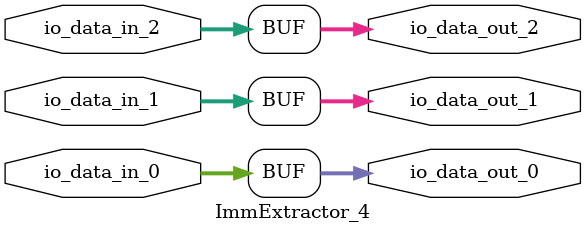
<source format=v>
module ImmExtractor_4(
  input  [63:0] io_data_in_0,
  input  [63:0] io_data_in_1,
  input  [63:0] io_data_in_2,
  output [63:0] io_data_out_0,
  output [63:0] io_data_out_1,
  output [63:0] io_data_out_2
);
  assign io_data_out_0 = io_data_in_0; // @[DataArray.scala 98:15]
  assign io_data_out_1 = io_data_in_1; // @[DataArray.scala 98:15]
  assign io_data_out_2 = io_data_in_2; // @[DataArray.scala 98:15]
endmodule

</source>
